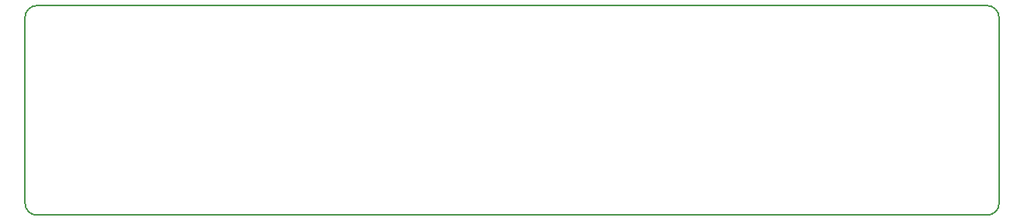
<source format=gbr>
G04 #@! TF.FileFunction,Profile,NP*
%FSLAX46Y46*%
G04 Gerber Fmt 4.6, Leading zero omitted, Abs format (unit mm)*
G04 Created by KiCad (PCBNEW 4.0.6) date Mon Sep  4 14:46:53 2017*
%MOMM*%
%LPD*%
G01*
G04 APERTURE LIST*
%ADD10C,0.100000*%
%ADD11C,0.150000*%
G04 APERTURE END LIST*
D10*
D11*
X137160000Y-27940000D02*
G75*
G03X135890000Y-26670000I-1270000J0D01*
G01*
X32131000Y-26670000D02*
G75*
G03X30861000Y-27940000I0J-1270000D01*
G01*
X30861000Y-48260000D02*
G75*
G03X32131000Y-49530000I1270000J0D01*
G01*
X135890000Y-49530000D02*
G75*
G03X137160000Y-48260000I0J1270000D01*
G01*
X30861000Y-27940000D02*
X30861000Y-48260000D01*
X137160000Y-27940000D02*
X137160000Y-48260000D01*
X32131000Y-26670000D02*
X135890000Y-26670000D01*
X32131000Y-49530000D02*
X135890000Y-49530000D01*
M02*

</source>
